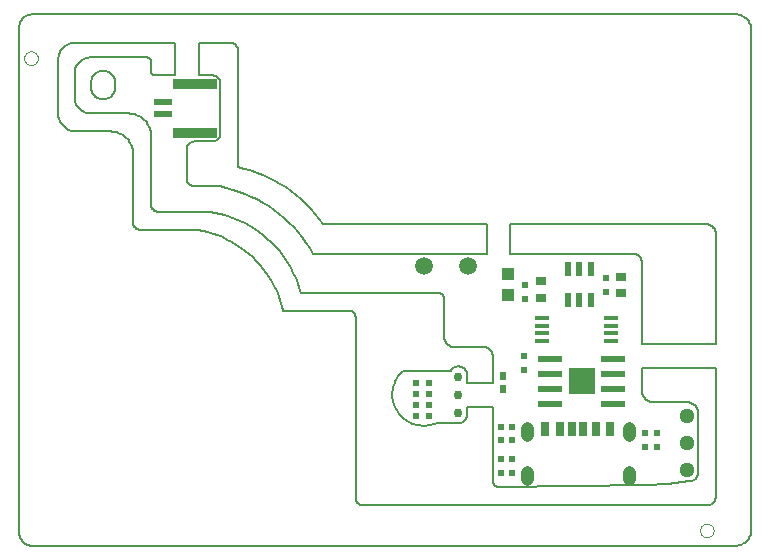
<source format=gtp>
G75*
G70*
%OFA0B0*%
%FSLAX24Y24*%
%IPPOS*%
%LPD*%
%AMOC8*
5,1,8,0,0,1.08239X$1,22.5*
%
%ADD10C,0.0050*%
%ADD11R,0.0433X0.0394*%
%ADD12R,0.0354X0.0250*%
%ADD13R,0.0197X0.0220*%
%ADD14R,0.0810X0.0240*%
%ADD15R,0.0900X0.0900*%
%ADD16R,0.0217X0.0472*%
%ADD17R,0.0472X0.0138*%
%ADD18R,0.0315X0.0472*%
%ADD19R,0.0250X0.0472*%
%ADD20C,0.0004*%
%ADD21C,0.0433*%
%ADD22R,0.0220X0.0197*%
%ADD23C,0.0300*%
%ADD24R,0.0600X0.0236*%
%ADD25R,0.1450X0.0350*%
%ADD26R,0.0197X0.0250*%
%ADD27C,0.0512*%
%ADD28C,0.0591*%
%ADD29C,0.0000*%
D10*
X000929Y000534D02*
X024328Y000534D01*
X024327Y000533D02*
X024374Y000530D01*
X024420Y000531D01*
X024466Y000536D01*
X024512Y000544D01*
X024556Y000557D01*
X024600Y000573D01*
X024642Y000592D01*
X024682Y000615D01*
X024720Y000641D01*
X024756Y000671D01*
X024790Y000703D01*
X024821Y000737D01*
X024848Y000775D01*
X024873Y000814D01*
X024894Y000855D01*
X024912Y000898D01*
X024926Y000942D01*
X024936Y000987D01*
X024943Y001033D01*
X024943Y001034D02*
X024943Y017752D01*
X024943Y017753D02*
X024936Y017798D01*
X024926Y017844D01*
X024911Y017888D01*
X024894Y017930D01*
X024872Y017971D01*
X024848Y018011D01*
X024820Y018048D01*
X024789Y018082D01*
X024756Y018114D01*
X024720Y018143D01*
X024682Y018170D01*
X024641Y018192D01*
X024599Y018212D01*
X024556Y018228D01*
X024511Y018240D01*
X024466Y018248D01*
X024420Y018253D01*
X024374Y018254D01*
X024327Y018251D01*
X024328Y018250D02*
X000929Y018250D01*
X000930Y018250D02*
X000889Y018243D01*
X000849Y018233D01*
X000809Y018219D01*
X000772Y018201D01*
X000736Y018180D01*
X000702Y018156D01*
X000671Y018129D01*
X000642Y018099D01*
X000616Y018066D01*
X000593Y018032D01*
X000574Y017995D01*
X000558Y017956D01*
X000546Y017917D01*
X000537Y017876D01*
X000532Y017835D01*
X000531Y017793D01*
X000534Y017752D01*
X000534Y001034D01*
X000531Y000993D01*
X000532Y000951D01*
X000537Y000910D01*
X000545Y000869D01*
X000558Y000829D01*
X000574Y000791D01*
X000593Y000754D01*
X000616Y000719D01*
X000642Y000686D01*
X000670Y000656D01*
X000702Y000629D01*
X000736Y000604D01*
X000772Y000583D01*
X000809Y000565D01*
X000848Y000551D01*
X000889Y000541D01*
X000930Y000534D01*
X009337Y008375D02*
X009294Y008543D01*
X009242Y008708D01*
X009183Y008870D01*
X009115Y009030D01*
X009040Y009186D01*
X008957Y009338D01*
X008867Y009486D01*
X008770Y009629D01*
X008666Y009767D01*
X008556Y009900D01*
X008439Y010028D01*
X008316Y010150D01*
X008187Y010266D01*
X008053Y010375D01*
X007913Y010477D01*
X007769Y010573D01*
X007620Y010662D01*
X007467Y010743D01*
X007311Y010816D01*
X007151Y010882D01*
X006987Y010940D01*
X006822Y010990D01*
X006654Y011032D01*
X006484Y011066D01*
X006484Y011065D02*
X004578Y011065D01*
X004548Y011067D01*
X004518Y011072D01*
X004489Y011081D01*
X004462Y011094D01*
X004436Y011109D01*
X004412Y011128D01*
X004391Y011149D01*
X004372Y011173D01*
X004357Y011199D01*
X004344Y011226D01*
X004335Y011255D01*
X004330Y011285D01*
X004328Y011315D01*
X004328Y013595D01*
X004326Y013649D01*
X004320Y013702D01*
X004311Y013754D01*
X004298Y013806D01*
X004281Y013857D01*
X004260Y013907D01*
X004236Y013954D01*
X004209Y014000D01*
X004178Y014044D01*
X004145Y014086D01*
X004108Y014125D01*
X004069Y014162D01*
X004027Y014195D01*
X003983Y014226D01*
X003937Y014253D01*
X003890Y014277D01*
X003840Y014298D01*
X003789Y014315D01*
X003737Y014328D01*
X003685Y014337D01*
X003632Y014343D01*
X003578Y014345D01*
X002387Y014345D01*
X002341Y014350D01*
X002296Y014359D01*
X002251Y014371D01*
X002207Y014386D01*
X002165Y014405D01*
X002124Y014428D01*
X002085Y014453D01*
X002048Y014481D01*
X002014Y014512D01*
X001982Y014546D01*
X001953Y014582D01*
X001927Y014621D01*
X001903Y014661D01*
X001884Y014703D01*
X001867Y014746D01*
X001854Y014791D01*
X001844Y014836D01*
X001838Y014882D01*
X001836Y014928D01*
X001837Y014975D01*
X001837Y016756D01*
X001839Y016801D01*
X001845Y016847D01*
X001854Y016891D01*
X001867Y016935D01*
X001883Y016977D01*
X001903Y017018D01*
X001927Y017057D01*
X001953Y017094D01*
X001982Y017129D01*
X002014Y017161D01*
X002049Y017190D01*
X002086Y017216D01*
X002125Y017240D01*
X002166Y017260D01*
X002208Y017276D01*
X002252Y017289D01*
X002296Y017298D01*
X002342Y017304D01*
X002387Y017306D01*
X005733Y017306D01*
X005733Y016215D01*
X005078Y016215D01*
X005055Y016217D01*
X005032Y016222D01*
X005010Y016231D01*
X004990Y016244D01*
X004972Y016259D01*
X004957Y016277D01*
X004944Y016297D01*
X004935Y016319D01*
X004930Y016342D01*
X004928Y016365D01*
X004928Y016665D01*
X004926Y016688D01*
X004921Y016711D01*
X004912Y016733D01*
X004899Y016753D01*
X004884Y016771D01*
X004866Y016786D01*
X004846Y016799D01*
X004824Y016808D01*
X004801Y016813D01*
X004778Y016815D01*
X002928Y016815D01*
X002883Y016813D01*
X002837Y016807D01*
X002793Y016798D01*
X002749Y016785D01*
X002707Y016769D01*
X002666Y016749D01*
X002627Y016725D01*
X002590Y016699D01*
X002555Y016670D01*
X002523Y016638D01*
X002494Y016603D01*
X002468Y016566D01*
X002444Y016527D01*
X002424Y016486D01*
X002408Y016444D01*
X002395Y016400D01*
X002386Y016356D01*
X002380Y016310D01*
X002378Y016265D01*
X002378Y015495D01*
X002380Y015450D01*
X002386Y015404D01*
X002395Y015360D01*
X002408Y015316D01*
X002424Y015274D01*
X002444Y015233D01*
X002468Y015194D01*
X002494Y015157D01*
X002523Y015122D01*
X002555Y015090D01*
X002590Y015061D01*
X002627Y015035D01*
X002666Y015011D01*
X002707Y014991D01*
X002749Y014975D01*
X002793Y014962D01*
X002837Y014953D01*
X002883Y014947D01*
X002928Y014945D01*
X004178Y014945D01*
X004232Y014943D01*
X004285Y014937D01*
X004337Y014928D01*
X004389Y014915D01*
X004440Y014898D01*
X004490Y014877D01*
X004537Y014853D01*
X004583Y014826D01*
X004627Y014795D01*
X004669Y014762D01*
X004708Y014725D01*
X004745Y014686D01*
X004778Y014644D01*
X004809Y014600D01*
X004836Y014554D01*
X004860Y014507D01*
X004881Y014457D01*
X004898Y014406D01*
X004911Y014354D01*
X004920Y014302D01*
X004926Y014249D01*
X004928Y014195D01*
X004928Y011915D01*
X004930Y011885D01*
X004935Y011855D01*
X004944Y011826D01*
X004957Y011799D01*
X004972Y011773D01*
X004991Y011749D01*
X005012Y011728D01*
X005036Y011709D01*
X005062Y011694D01*
X005089Y011681D01*
X005118Y011672D01*
X005148Y011667D01*
X005178Y011665D01*
X006878Y011665D01*
X007228Y012515D02*
X006378Y012515D01*
X006348Y012517D01*
X006318Y012522D01*
X006289Y012531D01*
X006262Y012544D01*
X006236Y012559D01*
X006212Y012578D01*
X006191Y012599D01*
X006172Y012623D01*
X006157Y012649D01*
X006144Y012676D01*
X006135Y012705D01*
X006130Y012735D01*
X006128Y012765D01*
X006128Y013765D01*
X006130Y013795D01*
X006135Y013825D01*
X006144Y013854D01*
X006157Y013881D01*
X006172Y013907D01*
X006191Y013931D01*
X006212Y013952D01*
X006236Y013971D01*
X006262Y013986D01*
X006289Y013999D01*
X006318Y014008D01*
X006348Y014013D01*
X006378Y014015D01*
X006978Y014015D01*
X007008Y014017D01*
X007038Y014022D01*
X007067Y014031D01*
X007094Y014044D01*
X007120Y014059D01*
X007144Y014078D01*
X007165Y014099D01*
X007184Y014123D01*
X007199Y014149D01*
X007212Y014176D01*
X007221Y014205D01*
X007226Y014235D01*
X007228Y014265D01*
X007228Y014604D01*
X007228Y014614D02*
X007228Y015648D01*
X007228Y015628D02*
X007228Y015965D01*
X007226Y015995D01*
X007221Y016025D01*
X007212Y016054D01*
X007199Y016081D01*
X007184Y016107D01*
X007165Y016131D01*
X007144Y016152D01*
X007120Y016171D01*
X007094Y016186D01*
X007067Y016199D01*
X007038Y016208D01*
X007008Y016213D01*
X006978Y016215D01*
X006521Y016215D01*
X006521Y017306D01*
X007568Y017306D01*
X007569Y017306D02*
X007599Y017304D01*
X007628Y017299D01*
X007657Y017291D01*
X007684Y017279D01*
X007710Y017263D01*
X007734Y017245D01*
X007755Y017224D01*
X007774Y017201D01*
X007790Y017175D01*
X007802Y017148D01*
X007811Y017119D01*
X007817Y017090D01*
X007819Y017060D01*
X007818Y017060D02*
X007818Y013156D01*
X010657Y011256D02*
X016120Y011256D01*
X016120Y010259D01*
X010328Y010259D01*
X009928Y008965D02*
X014478Y008965D01*
X014506Y008964D01*
X014533Y008960D01*
X014560Y008953D01*
X014585Y008942D01*
X014609Y008928D01*
X014630Y008911D01*
X014650Y008891D01*
X014666Y008869D01*
X014680Y008845D01*
X014690Y008819D01*
X014697Y008792D01*
X014700Y008765D01*
X014699Y008765D02*
X014699Y007521D01*
X014698Y007485D01*
X014701Y007450D01*
X014708Y007415D01*
X014718Y007381D01*
X014732Y007348D01*
X014749Y007316D01*
X014770Y007287D01*
X014793Y007260D01*
X014819Y007236D01*
X014847Y007214D01*
X014878Y007195D01*
X014910Y007180D01*
X014944Y007169D01*
X014979Y007160D01*
X015014Y007156D01*
X016009Y007156D01*
X016010Y007156D02*
X016042Y007155D01*
X016074Y007152D01*
X016106Y007144D01*
X016137Y007133D01*
X016166Y007119D01*
X016193Y007101D01*
X016219Y007081D01*
X016242Y007058D01*
X016262Y007032D01*
X016279Y007005D01*
X016293Y006975D01*
X016303Y006944D01*
X016310Y006913D01*
X016314Y006880D01*
X016314Y006881D02*
X016314Y005956D01*
X015468Y005956D01*
X015468Y006220D01*
X015466Y006253D01*
X015460Y006286D01*
X015450Y006318D01*
X015437Y006349D01*
X015421Y006378D01*
X015401Y006406D01*
X015378Y006430D01*
X015353Y006452D01*
X015325Y006471D01*
X015296Y006487D01*
X015264Y006499D01*
X015232Y006508D01*
X015199Y006513D01*
X015165Y006514D01*
X015132Y006511D01*
X015099Y006505D01*
X015067Y006495D01*
X015036Y006481D01*
X015007Y006464D01*
X014980Y006444D01*
X014956Y006421D01*
X014935Y006395D01*
X014916Y006367D01*
X014917Y006367D02*
X013342Y006367D01*
X013341Y006367D02*
X013294Y006325D01*
X013249Y006280D01*
X013208Y006232D01*
X013169Y006182D01*
X013133Y006129D01*
X013101Y006075D01*
X013072Y006018D01*
X013046Y005960D01*
X013024Y005901D01*
X013006Y005840D01*
X012991Y005778D01*
X012981Y005715D01*
X012974Y005652D01*
X012971Y005589D01*
X012972Y005525D01*
X012977Y005462D01*
X012986Y005399D01*
X012998Y005337D01*
X013015Y005276D01*
X013035Y005216D01*
X013058Y005157D01*
X013086Y005099D01*
X013116Y005044D01*
X013150Y004990D01*
X013188Y004939D01*
X013228Y004890D01*
X013271Y004844D01*
X013317Y004800D01*
X013366Y004759D01*
X013417Y004721D01*
X013470Y004687D01*
X013526Y004656D01*
X013583Y004628D01*
X013641Y004604D01*
X013701Y004583D01*
X013763Y004566D01*
X013825Y004553D01*
X013887Y004544D01*
X013951Y004539D01*
X014014Y004537D01*
X014078Y004539D01*
X014141Y004546D01*
X014203Y004556D01*
X014265Y004570D01*
X014326Y004587D01*
X014386Y004609D01*
X014444Y004634D01*
X015153Y004634D01*
X015186Y004633D01*
X015218Y004636D01*
X015250Y004642D01*
X015281Y004652D01*
X015311Y004665D01*
X015339Y004682D01*
X015365Y004701D01*
X015389Y004724D01*
X015410Y004749D01*
X015428Y004776D01*
X015443Y004805D01*
X015455Y004835D01*
X015463Y004867D01*
X015468Y004899D01*
X015468Y005167D01*
X016314Y005167D01*
X016314Y002729D01*
X016316Y002699D01*
X016321Y002669D01*
X016330Y002640D01*
X016343Y002613D01*
X016358Y002587D01*
X016377Y002563D01*
X016398Y002542D01*
X016422Y002523D01*
X016448Y002508D01*
X016475Y002495D01*
X016504Y002486D01*
X016534Y002481D01*
X016564Y002479D01*
X021424Y002565D01*
X022873Y002683D02*
X022906Y002685D01*
X022938Y002690D01*
X022970Y002699D01*
X023001Y002712D01*
X023029Y002728D01*
X023056Y002747D01*
X023081Y002769D01*
X023103Y002794D01*
X023122Y002821D01*
X023138Y002849D01*
X023151Y002880D01*
X023160Y002912D01*
X023165Y002944D01*
X023167Y002977D01*
X023167Y004915D01*
X023167Y004916D02*
X023168Y004952D01*
X023166Y004988D01*
X023160Y005024D01*
X023150Y005059D01*
X023137Y005094D01*
X023121Y005126D01*
X023102Y005157D01*
X023080Y005186D01*
X023055Y005213D01*
X023028Y005237D01*
X022998Y005258D01*
X022967Y005276D01*
X022933Y005291D01*
X022899Y005303D01*
X022863Y005311D01*
X022827Y005316D01*
X022828Y005315D02*
X021728Y005315D01*
X021689Y005314D01*
X021649Y005317D01*
X021611Y005324D01*
X021573Y005334D01*
X021536Y005348D01*
X021500Y005365D01*
X021467Y005386D01*
X021435Y005409D01*
X021406Y005435D01*
X021379Y005464D01*
X021355Y005495D01*
X021333Y005528D01*
X021315Y005563D01*
X021301Y005600D01*
X021290Y005637D01*
X021282Y005676D01*
X021278Y005715D01*
X021278Y006464D01*
X023758Y006464D01*
X023758Y002186D01*
X023756Y002153D01*
X023751Y002120D01*
X023742Y002088D01*
X023730Y002058D01*
X023714Y002028D01*
X023695Y002001D01*
X023673Y001976D01*
X023648Y001954D01*
X023621Y001935D01*
X023592Y001918D01*
X023562Y001905D01*
X023530Y001896D01*
X023497Y001890D01*
X023464Y001888D01*
X011983Y001888D01*
X011984Y001888D02*
X011954Y001891D01*
X011925Y001897D01*
X011897Y001907D01*
X011871Y001920D01*
X011846Y001936D01*
X011823Y001955D01*
X011803Y001977D01*
X011786Y002001D01*
X011771Y002027D01*
X011760Y002054D01*
X011752Y002083D01*
X011748Y002112D01*
X011747Y002141D01*
X011747Y002142D02*
X011747Y008175D01*
X011744Y008202D01*
X011737Y008229D01*
X011727Y008255D01*
X011713Y008279D01*
X011697Y008301D01*
X011677Y008321D01*
X011656Y008338D01*
X011632Y008352D01*
X011607Y008363D01*
X011580Y008370D01*
X011553Y008374D01*
X011525Y008375D01*
X009337Y008375D01*
X010657Y011256D02*
X010530Y011434D01*
X010394Y011605D01*
X010250Y011770D01*
X010099Y011928D01*
X009940Y012078D01*
X009774Y012221D01*
X009601Y012356D01*
X009422Y012482D01*
X009238Y012599D01*
X009047Y012707D01*
X008852Y012806D01*
X008653Y012896D01*
X008449Y012976D01*
X008242Y013046D01*
X008031Y013106D01*
X007818Y013156D01*
X003728Y015815D02*
X003728Y015965D01*
X003726Y016004D01*
X003720Y016043D01*
X003711Y016081D01*
X003698Y016118D01*
X003681Y016154D01*
X003661Y016187D01*
X003637Y016219D01*
X003611Y016248D01*
X003582Y016274D01*
X003550Y016298D01*
X003517Y016318D01*
X003481Y016335D01*
X003444Y016348D01*
X003406Y016357D01*
X003367Y016363D01*
X003328Y016365D01*
X003289Y016363D01*
X003250Y016357D01*
X003212Y016348D01*
X003175Y016335D01*
X003139Y016318D01*
X003106Y016298D01*
X003074Y016274D01*
X003045Y016248D01*
X003019Y016219D01*
X002995Y016187D01*
X002975Y016154D01*
X002958Y016118D01*
X002945Y016081D01*
X002936Y016043D01*
X002930Y016004D01*
X002928Y015965D01*
X002928Y015815D01*
X002930Y015776D01*
X002936Y015737D01*
X002945Y015699D01*
X002958Y015662D01*
X002975Y015626D01*
X002995Y015593D01*
X003019Y015561D01*
X003045Y015532D01*
X003074Y015506D01*
X003106Y015482D01*
X003139Y015462D01*
X003175Y015445D01*
X003212Y015432D01*
X003250Y015423D01*
X003289Y015417D01*
X003328Y015415D01*
X003367Y015417D01*
X003406Y015423D01*
X003444Y015432D01*
X003481Y015445D01*
X003517Y015462D01*
X003550Y015482D01*
X003582Y015506D01*
X003611Y015532D01*
X003637Y015561D01*
X003661Y015593D01*
X003681Y015626D01*
X003698Y015662D01*
X003711Y015699D01*
X003720Y015737D01*
X003726Y015776D01*
X003728Y015815D01*
X007228Y012515D02*
X007443Y012468D01*
X007655Y012410D01*
X007864Y012342D01*
X008070Y012264D01*
X008271Y012176D01*
X008469Y012079D01*
X008661Y011972D01*
X008847Y011856D01*
X009028Y011730D01*
X009203Y011597D01*
X009371Y011455D01*
X009532Y011305D01*
X009685Y011147D01*
X009831Y010983D01*
X009968Y010811D01*
X010097Y010633D01*
X010217Y010449D01*
X010328Y010259D01*
X009928Y008965D02*
X009877Y009137D01*
X009818Y009307D01*
X009751Y009474D01*
X009675Y009637D01*
X009592Y009797D01*
X009501Y009952D01*
X009403Y010102D01*
X009298Y010248D01*
X009185Y010388D01*
X009066Y010523D01*
X008941Y010652D01*
X008809Y010774D01*
X008671Y010890D01*
X008528Y010999D01*
X008380Y011101D01*
X008227Y011195D01*
X008070Y011282D01*
X007909Y011362D01*
X007744Y011433D01*
X007576Y011496D01*
X007404Y011551D01*
X007231Y011598D01*
X007055Y011636D01*
X006878Y011665D01*
X016908Y011256D02*
X016908Y010259D01*
X021028Y010259D01*
X021058Y010258D01*
X021087Y010253D01*
X021116Y010244D01*
X021143Y010232D01*
X021169Y010217D01*
X021192Y010199D01*
X021214Y010178D01*
X021232Y010155D01*
X021248Y010130D01*
X021261Y010103D01*
X021270Y010074D01*
X021276Y010045D01*
X021278Y010015D01*
X021278Y007252D01*
X023758Y007252D01*
X023758Y010915D01*
X023757Y010916D02*
X023756Y010951D01*
X023751Y010985D01*
X023742Y011019D01*
X023730Y011052D01*
X023715Y011084D01*
X023696Y011114D01*
X023674Y011141D01*
X023650Y011166D01*
X023623Y011189D01*
X023594Y011208D01*
X023563Y011225D01*
X023531Y011238D01*
X023497Y011248D01*
X023462Y011254D01*
X023427Y011256D01*
X023428Y011256D02*
X016908Y011256D01*
X021424Y002565D02*
X022150Y002608D01*
X022873Y002683D01*
D11*
X016839Y008879D03*
X016839Y009588D03*
D12*
X017939Y009357D03*
X017939Y008810D03*
X020610Y008960D03*
X020610Y009507D03*
D13*
X020093Y009457D03*
X020093Y009010D03*
X017409Y009217D03*
X017409Y008770D03*
X017360Y006852D03*
X017360Y006405D03*
X016960Y004508D03*
X016600Y004508D03*
X016600Y004061D03*
X016960Y004061D03*
X016960Y003415D03*
X016600Y003415D03*
X016600Y002968D03*
X016960Y002968D03*
X021410Y003842D03*
X021796Y003842D03*
X021796Y004289D03*
X021410Y004289D03*
D14*
X020340Y005262D03*
X020340Y005762D03*
X020340Y006262D03*
X020340Y006762D03*
X018220Y006762D03*
X018220Y006262D03*
X018220Y005762D03*
X018220Y005262D03*
D15*
X019280Y006012D03*
D16*
X019210Y008722D03*
X019584Y008722D03*
X018836Y008722D03*
X018836Y009746D03*
X019210Y009746D03*
X019584Y009746D03*
D17*
X020262Y008133D03*
X020262Y007877D03*
X020262Y007621D03*
X020262Y007365D03*
X017959Y007365D03*
X017959Y007621D03*
X017959Y007877D03*
X017959Y008133D03*
D18*
X018064Y004411D03*
X018548Y004411D03*
X019745Y004411D03*
X020229Y004411D03*
D19*
X019343Y004411D03*
X018950Y004411D03*
D20*
X017554Y004483D02*
X017554Y004238D01*
X017552Y004218D01*
X017547Y004199D01*
X017538Y004181D01*
X017526Y004165D01*
X017511Y004152D01*
X017494Y004141D01*
X017476Y004134D01*
X017456Y004130D01*
X017436Y004130D01*
X017416Y004134D01*
X017398Y004141D01*
X017381Y004152D01*
X017366Y004165D01*
X017354Y004181D01*
X017345Y004199D01*
X017340Y004218D01*
X017338Y004238D01*
X017338Y004483D01*
X017340Y004503D01*
X017345Y004522D01*
X017354Y004540D01*
X017366Y004556D01*
X017381Y004569D01*
X017398Y004580D01*
X017416Y004587D01*
X017436Y004591D01*
X017456Y004591D01*
X017476Y004587D01*
X017494Y004580D01*
X017511Y004569D01*
X017526Y004556D01*
X017538Y004540D01*
X017547Y004522D01*
X017552Y004503D01*
X017554Y004483D01*
X017554Y002986D02*
X017554Y002742D01*
X017552Y002722D01*
X017547Y002703D01*
X017538Y002685D01*
X017526Y002669D01*
X017511Y002656D01*
X017494Y002645D01*
X017476Y002638D01*
X017456Y002634D01*
X017436Y002634D01*
X017416Y002638D01*
X017398Y002645D01*
X017381Y002656D01*
X017366Y002669D01*
X017354Y002685D01*
X017345Y002703D01*
X017340Y002722D01*
X017338Y002742D01*
X017338Y002986D01*
X017340Y003006D01*
X017345Y003025D01*
X017354Y003043D01*
X017366Y003059D01*
X017381Y003072D01*
X017398Y003083D01*
X017416Y003090D01*
X017436Y003094D01*
X017456Y003094D01*
X017476Y003090D01*
X017494Y003083D01*
X017511Y003072D01*
X017526Y003059D01*
X017538Y003043D01*
X017547Y003025D01*
X017552Y003006D01*
X017554Y002986D01*
X020739Y002986D02*
X020739Y002742D01*
X020741Y002722D01*
X020746Y002703D01*
X020755Y002685D01*
X020767Y002669D01*
X020782Y002656D01*
X020799Y002645D01*
X020817Y002638D01*
X020837Y002634D01*
X020857Y002634D01*
X020877Y002638D01*
X020895Y002645D01*
X020912Y002656D01*
X020927Y002669D01*
X020939Y002685D01*
X020948Y002703D01*
X020953Y002722D01*
X020955Y002742D01*
X020956Y002742D02*
X020956Y002986D01*
X020955Y002986D02*
X020953Y003006D01*
X020948Y003025D01*
X020939Y003043D01*
X020927Y003059D01*
X020912Y003072D01*
X020895Y003083D01*
X020877Y003090D01*
X020857Y003094D01*
X020837Y003094D01*
X020817Y003090D01*
X020799Y003083D01*
X020782Y003072D01*
X020767Y003059D01*
X020755Y003043D01*
X020746Y003025D01*
X020741Y003006D01*
X020739Y002986D01*
X020739Y004238D02*
X020739Y004483D01*
X020741Y004503D01*
X020746Y004522D01*
X020755Y004540D01*
X020767Y004556D01*
X020782Y004569D01*
X020799Y004580D01*
X020817Y004587D01*
X020837Y004591D01*
X020857Y004591D01*
X020877Y004587D01*
X020895Y004580D01*
X020912Y004569D01*
X020927Y004556D01*
X020939Y004540D01*
X020948Y004522D01*
X020953Y004503D01*
X020955Y004483D01*
X020956Y004483D02*
X020956Y004238D01*
X020955Y004238D02*
X020953Y004218D01*
X020948Y004199D01*
X020939Y004181D01*
X020927Y004165D01*
X020912Y004152D01*
X020895Y004141D01*
X020877Y004134D01*
X020857Y004130D01*
X020837Y004130D01*
X020817Y004134D01*
X020799Y004141D01*
X020782Y004152D01*
X020767Y004165D01*
X020755Y004181D01*
X020746Y004199D01*
X020741Y004218D01*
X020739Y004238D01*
D21*
X020847Y004477D02*
X020847Y004477D01*
X020847Y004241D01*
X020847Y004241D01*
X020847Y004477D01*
X020847Y002980D02*
X020847Y002980D01*
X020847Y002744D01*
X020847Y002744D01*
X020847Y002980D01*
X017446Y002980D02*
X017446Y002980D01*
X017446Y002744D01*
X017446Y002744D01*
X017446Y002980D01*
X017446Y004477D02*
X017446Y004477D01*
X017446Y004241D01*
X017446Y004241D01*
X017446Y004477D01*
D22*
X014191Y004877D03*
X014191Y005237D03*
X014191Y005597D03*
X014191Y005957D03*
X013745Y005957D03*
X013745Y005597D03*
X013745Y005237D03*
X013745Y004877D03*
D23*
X015168Y004947D03*
X015168Y005547D03*
X015168Y006147D03*
D24*
X005334Y014918D03*
X005334Y015312D03*
D25*
X006378Y015924D03*
X006378Y014307D03*
D26*
X016660Y006184D03*
X016660Y005744D03*
D27*
X022810Y004866D03*
X022810Y003966D03*
X022810Y003066D03*
D28*
X015490Y009846D03*
X014040Y009846D03*
D29*
X023229Y001042D02*
X023231Y001072D01*
X023237Y001101D01*
X023246Y001129D01*
X023259Y001155D01*
X023276Y001180D01*
X023295Y001203D01*
X023318Y001222D01*
X023342Y001239D01*
X023369Y001252D01*
X023397Y001261D01*
X023426Y001267D01*
X023456Y001269D01*
X023486Y001267D01*
X023515Y001261D01*
X023543Y001252D01*
X023569Y001239D01*
X023594Y001222D01*
X023617Y001203D01*
X023636Y001180D01*
X023653Y001156D01*
X023666Y001129D01*
X023675Y001101D01*
X023681Y001072D01*
X023683Y001042D01*
X023681Y001012D01*
X023675Y000983D01*
X023666Y000955D01*
X023653Y000929D01*
X023636Y000904D01*
X023617Y000881D01*
X023594Y000862D01*
X023570Y000845D01*
X023543Y000832D01*
X023515Y000823D01*
X023486Y000817D01*
X023456Y000815D01*
X023426Y000817D01*
X023397Y000823D01*
X023369Y000832D01*
X023343Y000845D01*
X023318Y000862D01*
X023295Y000881D01*
X023276Y000904D01*
X023259Y000928D01*
X023246Y000955D01*
X023237Y000983D01*
X023231Y001012D01*
X023229Y001042D01*
X000700Y016790D02*
X000702Y016820D01*
X000708Y016849D01*
X000717Y016877D01*
X000730Y016903D01*
X000747Y016928D01*
X000766Y016951D01*
X000789Y016970D01*
X000813Y016987D01*
X000840Y017000D01*
X000868Y017009D01*
X000897Y017015D01*
X000927Y017017D01*
X000957Y017015D01*
X000986Y017009D01*
X001014Y017000D01*
X001040Y016987D01*
X001065Y016970D01*
X001088Y016951D01*
X001107Y016928D01*
X001124Y016904D01*
X001137Y016877D01*
X001146Y016849D01*
X001152Y016820D01*
X001154Y016790D01*
X001152Y016760D01*
X001146Y016731D01*
X001137Y016703D01*
X001124Y016677D01*
X001107Y016652D01*
X001088Y016629D01*
X001065Y016610D01*
X001041Y016593D01*
X001014Y016580D01*
X000986Y016571D01*
X000957Y016565D01*
X000927Y016563D01*
X000897Y016565D01*
X000868Y016571D01*
X000840Y016580D01*
X000814Y016593D01*
X000789Y016610D01*
X000766Y016629D01*
X000747Y016652D01*
X000730Y016676D01*
X000717Y016703D01*
X000708Y016731D01*
X000702Y016760D01*
X000700Y016790D01*
M02*

</source>
